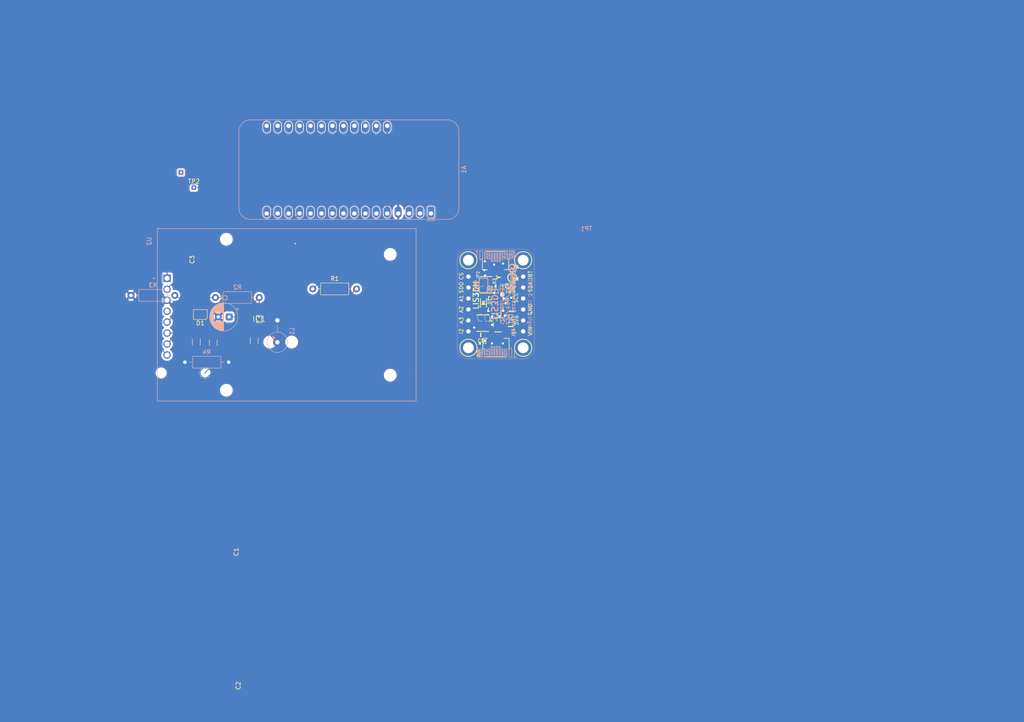
<source format=kicad_pcb>
(kicad_pcb (version 20241229) (generator "pcbnew") (generator_version "9.0")
  (title_block (title "Illumi-not-i Bike Safety System") (date "11/3/2025") (rev "4") (company "Portland State University") (comment 1 "ECE411_Team 1_ A-Team"))
  (layers (0 "F.Cu" signal) (2 "B.Cu" signal) (13 "F.Paste" user) (15 "B.Paste" user) (5 "F.SilkS" user "F.Silkscreen") (7 "B.SilkS" user "B.Silkscreen") (1 "F.Mask" user) (3 "B.Mask" user) (25 "Edge.Cuts" user))
  (net 0 "")
  (net 1 "GND")
  (net 2 "/IO6")
  (net 3 "/IO11")
  (net 4 "/IO9")
  (net 5 "/MOSI")
  (net 9 "/IO10")
  (net 12 "/REST")
  (net 18 "+3.3V")
  (net 20 "/A0")
  (net 21 "+BATT")
  (net 22 "/SCK")
  (net 23 "/MISO")
  (net 29 "Net-(D1-DIN)")
  (net 30 "+5V")
  (net 31 "Net-(IC1-SW)")
  (net 32 "Net-(IC1-EN)")
  (net 34 "Net-(IC1-FB)")
  (net 35 "Net-(U1-INT2)")
  (net 37 "SDO")
  (net 38 "INT1")
  (net 39 "ADC1")
  (net 40 "ADC2")
  (net 41 "N$2")
  (net 42 "SDA")
  (net 43 "SCL")
  (net 44 "SCL_3V")
  (net 45 "ADC3")
  (net 46 "INT2")
  (net 47 "3.3V")
  (net 48 "SDA_3V")
  (net 49 "CS")
  (net 50 "N$1")
  (net 51 "VCC")
  (footprint "TestPoint:TestPoint_THTPad_1.0x1.0mm_Drill0.5mm" (layer "F.Cu") (at 113.459786 119.5)
    (property "Reference" "TP2")
    (property "Value" "TestPoint_RFID_INT1")
  )
  (footprint "Adafruit LIS3DH:RESPACK_4X0603" (layer "F.Cu") (at 181.197 142.0586 -90)
    (property "Reference" "R3")
    (property "Value" "10K")
  )
  (footprint "Adafruit LIS3DH:MOUNTINGHOLE_2.5_PLATED" (layer "F.Cu") (at 177.133 136.3436 90)
    (property "Reference" "U$17" (hide yes))
    (property "Value" "MOUNTINGHOLE2.5" (hide yes))
  )
  (footprint "Resistor_THT:R_Axial_DIN0207_L6.3mm_D2.5mm_P10.16mm_Horizontal" (layer "F.Cu") (at 141.039786 143)
    (property "Reference" "R1")
    (property "Value" "10k")
  )
  (footprint "Adafruit LIS3DH:MOUNTINGHOLE_2.5_PLATED" (layer "F.Cu") (at 189.833 156.6636 90)
    (property "Reference" "U$19" (hide yes))
    (property "Value" "MOUNTINGHOLE2.5" (hide yes))
  )
  (footprint "Adafruit LIS3DH:JST_SH4" (layer "F.Cu") (at 183.483 136.3436 180)
    (property "Reference" "CONN3")
    (property "Value" "STEMMA_I2C_QT" (hide yes))
  )
  (footprint "Capacitor_SMD:C_1206_3216Metric_Pad1.33x1.80mm_HandSolder" (layer "F.Cu") (at 114.022286 155.3125 -90)
    (property "Reference" "C2")
    (property "Value" "22u")
  )
  (footprint "Adafruit LIS3DH:0603-NO" (layer "F.Cu") (at 179.9905 153.6791 180)
    (property "Reference" "C1")
    (property "Value" "0.1uF")
  )
  (footprint "Adafruit LIS3DH:SOD-323" (layer "F.Cu") (at 180.6255 146.2496 -90)
    (property "Reference" "D2")
    (property "Value" "1N4148")
  )
  (footprint "Adafruit TPS61023:SOT563" (layer "F.Cu") (at 128.594786 150)
    (property "Reference" "IC1")
    (property "Value" "TPS61023_Boost_Converter")
  )
  (footprint "Adafruit LIS3DH:CHIPLED_0603_NOOUTLINE" (layer "F.Cu") (at 179.8 155.6476 180)
    (property "Reference" "D1")
    (property "Value" "GREEN")
  )
  (footprint "Adafruit LIS3DH:MOUNTINGHOLE_2.5_PLATED" (layer "F.Cu") (at 177.133 156.6636 90)
    (property "Reference" "U$1" (hide yes))
    (property "Value" "MOUNTINGHOLE2.5" (hide yes))
  )
  (footprint "Adafruit LIS3DH:0805-NO" (layer "F.Cu") (at 187.1025 148.2181 -90)
    (property "Reference" "C3")
    (property "Value" "10uF")
  )
  (footprint "Adafruit LIS3DH:1X06_ROUND_70" (layer "F.Cu") (at 189.833 146.5036 90)
    (property "Reference" "JP3")
    (property "Value" "")
  )
  (footprint "Adafruit LIS3DH:JST_SH4" (layer "F.Cu") (at 183.483 156.6636)
    (property "Reference" "CONN4")
    (property "Value" "STEMMA_I2C_QT" (hide yes))
  )
  (footprint "Adafruit LIS3DH:MOUNTINGHOLE_2.5_PLATED" (layer "F.Cu") (at 189.833 136.3436 90)
    (property "Reference" "U$21" (hide yes))
    (property "Value" "MOUNTINGHOLE2.5" (hide yes))
  )
  (footprint "Adafruit LIS3DH:FIDUCIAL_1MM" (layer "F.Cu") (at 178.911 139.2011 90)
    (property "Reference" "FID4" (hide yes))
    (property "Value" "FIDUCIAL_1MM" (hide yes))
  )
  (footprint "Capacitor_SMD:C_1206_3216Metric_Pad1.33x1.80mm_HandSolder" (layer "F.Cu") (at 127.459786 155 -90)
    (property "Reference" "C1")
    (property "Value" "10u")
  )
  (footprint "Adafruit LIS3DH:0805-NO" (layer "F.Cu") (at 186.912 151.7106 90)
    (property "Reference" "C2")
    (property "Value" "10uF")
  )
  (footprint "Adafruit LIS3DH:1X06_ROUND_70" (layer "F.Cu") (at 177.133 146.5036 -90)
    (property "Reference" "JP2")
    (property "Value" "")
  )
  (footprint "LED_SMD:LED_WS2812B-2020_PLCC4_2.0x2.0mm" (layer "F.Cu") (at 114.955214 148.95 180)
    (property "Reference" "D1")
    (property "Value" "WS2812B-2020-LED")
  )
  (footprint "Adafruit LIS3DH:RESPACK_4X0603" (layer "F.Cu") (at 180.435 150.9486 -90)
    (property "Reference" "R1")
    (property "Value" "10K")
  )
  (footprint "Adafruit LIS3DH:ADAFRUIT_2.5MM" (layer "F.Cu") (at 188.309 144.1541 90)
    (property "Reference" "U$12" (hide yes))
    (property "Value" "" (hide yes))
  )
  (footprint "Adafruit LIS3DH:SOT363" (layer "F.Cu") (at 184.626 142.3126 180)
    (property "Reference" "Q2")
    (property "Value" "BSS138")
  )
  (footprint "Adafruit LIS3DH:FIDUCIAL_1MM" (layer "F.Cu") (at 187.293 154.3776 90)
    (property "Reference" "FID3" (hide yes))
    (property "Value" "FIDUCIAL_1MM" (hide yes))
  )
  (footprint "Adafruit LIS3DH:LGA16_3X3MM" (layer "F.Cu") (at 183.483 146.5036 -90)
    (property "Reference" "U1")
    (property "Value" "LIS3DHTR")
  )
  (footprint "Capacitor_SMD:C_1206_3216Metric_Pad1.33x1.80mm_HandSolder" (layer "F.Cu") (at 117.959786 155.5 -90)
    (property "Reference" "C3")
    (property "Value" "22u")
  )
  (footprint "Adafruit LIS3DH:SOT23-5" (layer "F.Cu") (at 183.991 151.3296 90)
    (property "Reference" "U2")
    (property "Value" "AP2112K-3.3")
  )
  (footprint "Capacitor_THT:CP_Radial_D6.3mm_P2.50mm" (layer "B.Cu") (at 121.642165 149.5 180)
    (property "Reference" "C4")
    (property "Value" "100u")
  )
  (footprint "Adafruit LIS3DH:SOLDERJUMPER_ARROW_NOPASTE" (layer "B.Cu") (at 180.6255 142.1856 90)
    (property "Reference" "SJ1")
    (property "Value" "")
  )
  (footprint "Adafruit LIS3DH:STEMMAQT" (layer "B.Cu") (at 179.038 156.2826)
    (property "Reference" "U$31" (hide yes))
    (property "Value" "" (hide yes))
  )
  (footprint "Resistor_THT:R_Axial_DIN0207_L6.3mm_D2.5mm_P10.16mm_Horizontal" (layer "B.Cu") (at 128.619786 145 180)
    (property "Reference" "R2")
    (property "Value" "723k")
  )
  (footprint "Resistor_THT:R_Axial_DIN0207_L6.3mm_D2.5mm_P10.16mm_Horizontal" (layer "B.Cu") (at 109.039786 144.5 180)
    (property "Reference" "R3")
    (property "Value" "100k")
  )
  (footprint "Adafruit LIS3DH:PCBFEAT-REV-040" (layer "B.Cu") (at 187.3565 138.1851 -90)
    (property "Reference" "U$25" (hide yes))
    (property "Value" "" (hide yes))
  )
  (footprint "TestPoint:TestPoint_THTPad_1.0x1.0mm_Drill0.5mm" (layer "B.Cu") (at 110.459786 116 180)
    (property "Reference" "TP1")
    (property "Value" "TestPoint_RFID_INT2")
  )
  (footprint "CEG006900:MODULE_CEG006900" (layer "B.Cu") (at 135 149 -90)
    (property "Reference" "U2")
    (property "Value" "RF522_RFID")
  )
  (footprint "Adafruit LIS3DH:STEMMAQT" (layer "B.Cu") (at 187.928 136.7246 180)
    (property "Reference" "U$30" (hide yes))
    (property "Value" "" (hide yes))
  )
  (footprint "Resistor_THT:R_Axial_DIN0207_L6.3mm_D2.5mm_P10.16mm_Horizontal" (layer "B.Cu") (at 121.539786 160 180)
    (property "Reference" "R4")
    (property "Value" "330")
  )
  (footprint "Inductor_THT:L_Axial_L11.0mm_D4.5mm_P5.08mm_Vertical_Fastron_MECC" (layer "B.Cu") (at 132.83 155.375428 90)
    (property "Reference" "L1")
    (property "Value" "1u")
  )
  (footprint "Module:Adafruit_Feather" (layer "B.Cu") (at 168.459786 125.5 90)
    (property "Reference" "A1")
    (property "Value" "Adafruit_Feather_ESP32_S3")
  )
  (gr_arc (start 186.278 140.4036) (mid 186.570367 139.679968) (end 187.293999 139.387601) (stroke (width 0.254)) (layer "F.SilkS"))
  (gr_arc (start 187.294 139.3876) (mid 188.01242 139.68518) (end 188.31 140.4036) (stroke (width 0.254)) (layer "F.SilkS"))
  (gr_arc (start 188.31 140.4036) (mid 188.01242 141.12202) (end 187.294 141.4196) (stroke (width 0.254)) (layer "F.SilkS"))
  (gr_arc (start 187.294 141.4196) (mid 186.57558 141.12202) (end 186.278 140.4036) (stroke (width 0.254)) (layer "F.SilkS"))
  (gr_arc (start 189.833 133.8036) (mid 191.629051 134.547549) (end 192.373 136.3436) (stroke (width 0.05)) (layer "Edge.Cuts"))
  (gr_arc (start 192.373 156.6636) (mid 191.629051 158.459651) (end 189.833 159.2036) (stroke (width 0.05)) (layer "Edge.Cuts"))
  (gr_arc (start 177.133 159.2036) (mid 175.336949 158.459651) (end 174.593 156.6636) (stroke (width 0.05)) (layer "Edge.Cuts"))
  (gr_line (start 189.833 133.8036) (end 177.133 133.8036) (stroke (width 0.05)) (layer "Edge.Cuts"))
  (gr_line (start 192.373 156.6636) (end 192.373 136.3436) (stroke (width 0.05)) (layer "Edge.Cuts"))
  (gr_line (start 174.593 136.3436) (end 174.593 156.6636) (stroke (width 0.05)) (layer "Edge.Cuts"))
  (gr_line (start 177.133 159.2036) (end 189.833 159.2036) (stroke (width 0.05)) (layer "Edge.Cuts"))
  (gr_arc (start 174.593 136.3436) (mid 175.336949 134.547549) (end 177.133 133.8036) (stroke (width 0.05)) (layer "Edge.Cuts"))
  (gr_text "VIN" (at 191.484 152.8536 90) (layer "F.SilkS") (effects (font (size 0.87376 0.87376) (thickness 0.14224))))
  (gr_text "X" (at 188.73926 138.501019 90) (layer "F.SilkS") (effects (font (size 1.016 1.016) (thickness 0.254)) (justify left bottom)))
  (gr_text "Z" (at 188.73926 141.295019 90) (layer "F.SilkS") (effects (font (size 1.016 1.016) (thickness 0.254)) (justify left bottom)))
  (gr_text "on" (at 179.927 158.8226 90) (layer "F.SilkS") (effects (font (size 0.89408 0.89408) (thickness 0.12192)) (justify left bottom)))
  (gr_text "SCL" (at 188.182 145.1066 90) (layer "F.SilkS") (effects (font (size 0.87376 0.87376) (thickness 0.14224))))
  (gr_text "I2" (at 175.482 152.8536 90) (layer "F.SilkS") (effects (font (size 0.87376 0.87376) (thickness 0.14224))))
  (gr_text "INT" (at 191.484 139.7726 90) (layer "F.SilkS") (effects (font (size 0.87376 0.87376) (thickness 0.14224))))
  (gr_text "LIS3DH" (at 178.911 144.4716 90) (layer "F.SilkS") (effects (font (size 1.25222 1.25222) (thickness 0.22098))))
  (gr_text "3Vo" (at 188.309 150.3136 90) (layer "F.SilkS") (effects (font (size 0.87376 0.87376) (thickness 0.14224))))
  (gr_text "CS" (at 175.482 140.0266 90) (layer "F.SilkS") (effects (font (size 0.87376 0.87376) (thickness 0.14224))))
  (gr_text "A2" (at 175.482 147.7736 90) (layer "F.SilkS") (effects (font (size 0.87376 0.87376) (thickness 0.14224))))
  (gr_text "A3" (at 175.482 150.3136 90) (layer "F.SilkS") (effects (font (size 0.87376 0.87376) (thickness 0.14224))))
  (gr_text "Y" (at 184.752 140.9196 90) (layer "F.SilkS") (effects (font (size 1.016 1.016) (thickness 0.254)) (justify left bottom)))
  (gr_text "SDA" (at 191.484 142.5666 90) (layer "F.SilkS") (effects (font (size 0.87376 0.87376) (thickness 0.14224))))
  (gr_text "A1" (at 175.482 145.2336 90) (layer "F.SilkS") (effects (font (size 0.87376 0.87376) (thickness 0.14224))))
  (gr_text "GND" (at 191.484 147.7736 90) (layer "F.SilkS") (effects (font (size 0.87376 0.87376) (thickness 0.14224))))
  (gr_text "SDO" (at 175.482 142.6936 90) (layer "F.SilkS") (effects (font (size 0.87376 0.87376) (thickness 0.14224))))
  (gr_text "LIS3DH" (at 183.1655 146.5036 270) (layer "B.SilkS") (effects (font (size 1.40335 1.40335) (thickness 0.24765)) (justify mirror)))
  (gr_text "VLogic/Vcc: 3-5VDC" (at 191.484 146.5036 270) (layer "B.SilkS") (effects (font (size 0.89408 0.89408) (thickness 0.12192)) (justify mirror)))
  (gr_text "addr" (at 178.784 142.3126 270) (layer "B.SilkS") (effects (font (size 0.8636 0.8636) (thickness 0.1524)) (justify mirror)))
  (gr_text "3-axis Accelerometer\n±2g/±4g/±8g\nI2C addr 0x18" (at 186.3405 146.5036 270) (layer "B.SilkS") (effects (font (size 0.8636 0.8636) (thickness 0.1524)) (justify mirror)))
  (segment (start 185.2911 151.3296) (end 186.343 151.3296) (width 0.4064) (layer "F.Cu") (net 1))
  (segment (start 183.983 147.8536) (end 183.983 148.2736) (width 0.254) (layer "F.Cu") (net 1))
  (segment (start 182.983 147.8536) (end 182.983 147.1386) (width 0.254) (layer "F.Cu") (net 1))
  (segment (start 183.983 147.8536) (end 183.983 147.5116) (width 0.254) (layer "F.Cu") (net 1))
  (segment (start 137 132.5) (end 137.5 132) (width 0.2) (layer "F.Cu") (net 1))
  (segment (start 183.983 148.2736) (end 184.2831 148.5737) (width 0.254) (layer "F.Cu") (net 1))
  (segment (start 182.483 145.5036) (end 183.483 146.5036) (width 0.254) (layer "F.Cu") (net 1))
  (segment (start 183.61 147.1386) (end 182.983 147.1386) (width 0.4064) (layer "F.Cu") (net 1))
  (segment (start 179.1405 153.3371) (end 178.4665 152.6631) (width 0.4064) (layer "F.Cu") (net 1))
  (segment (start 181.933 154.6576) (end 181.578 155.0126) (width 0.4064) (layer "F.Cu") (net 1))
  (segment (start 182.483 145.1536) (end 182.483 145.5036) (width 0.2032) (layer "F.Cu") (net 1))
  (segment (start 137.5 133) (end 138.509786 133) (width 0.2) (layer "F.Cu") (net 1))
  (segment (start 178.4665 152.6631) (end 178.4665 151.9646) (width 0.4064) (layer "F.Cu") (net 1))
  (segment (start 181.578 155.0126) (end 180.943 155.0126) (width 0.4064) (layer "F.Cu") (net 1))
  (segment (start 137 132.5) (end 137.5 133) (width 0.2) (layer "F.Cu") (net 1))
  (segment (start 181.983 154.1496) (end 181.933 154.1996) (width 0.4064) (layer "F.Cu") (net 1))
  (segment (start 182.983 147.1386) (end 182.983 147.0036) (width 0.254) (layer "F.Cu") (net 1))
  (segment (start 182.1984 151.061) (end 182.467 151.3296) (width 0.4064) (layer "F.Cu") (net 1))
  (segment (start 182.983 147.0036) (end 183.483 146.5036) (width 0.254) (layer "F.Cu") (net 1))
  (segment (start 186.912 150.7606) (end 186.343 151.3296) (width 0.4064) (layer "F.Cu") (net 1))
  (segment (start 186.912 148.8776) (end 186.912 150.7606) (width 0.4064) (layer "F.Cu") (net 1))
  (segment (start 181.933 154.1996) (end 181.933 154.6576) (width 0.4064) (layer "F.Cu") (net 1))
  (segment (start 183.983 147.5116) (end 183.61 147.1386) (width 0.254) (layer "F.Cu") (net 1))
  (segment (start 137.5 132) (end 138.509786 132) (width 0.2) (layer "F.Cu") (net 1))
  (segment (start 119.142165 149.5) (end 118.042165 148.4) (width 0.2) (layer "F.Cu") (net 1))
  (segment (start 118.042165 148.4) (end 115.870214 148.4) (width 0.2) (layer "F.Cu") (net 1))
  (segment (start 179.1405 153.6791) (end 179.1405 153.3371) (width 0.4064) (layer "F.Cu") (net 1))
  (via (at 185.642 149.1706) (size 0.9064) (drill 0.5) (layers "F.Cu" "B.Cu") (net 1))
  (via (at 182.594 151.3296) (size 0.9064) (drill 0.5) (layers "F.Cu" "B.Cu") (net 1))
  (via (at 185.134 137.1056) (size 0.9064) (drill 0.5) (layers "F.Cu" "B.Cu") (net 1))
  (via (at 180.943 155.0126) (size 0.9064) (drill 0.5) (layers "F.Cu" "B.Cu") (net 1))
  (via (at 187.039 145.0431) (size 0.9064) (drill 0.5) (layers "F.Cu" "B.Cu") (net 1))
  (via (at 180.943 136.5976) (size 0.9064) (drill 0.5) (layers "F.Cu" "B.Cu") (net 1))
  (via (at 178.4665 151.9646) (size 0.9064) (drill 0.5) (layers "F.Cu" "B.Cu") (net 1))
  (via (at 137 132.5) (size 0.6) (drill 0.3) (layers "F.Cu" "B.Cu") (net 1))
  (segment (start 172 105.5) (end 168.5 102) (width 0.2) (layer "B.Cu") (net 2))
  (segment (start 141.159786 102) (end 137.979786 105.18) (width 0.2) (layer "B.Cu") (net 2))
  (segment (start 154.539786 129.5) (end 172 129.5) (width 0.2) (layer "B.Cu") (net 2))
  (segment (start 141.039786 143) (end 154.539786 129.5) (width 0.2) (layer "B.Cu") (net 2))
  (segment (start 172 129.5) (end 172 105.5) (width 0.2) (layer "B.Cu") (net 2))
  (segment (start 168.5 102) (end 141.159786 102) (width 0.2) (layer "B.Cu") (net 2))
  (segment (start 158.755835 126.801) (end 159.400786 126.156049) (width 0.2) (layer "B.Cu") (net 3))
  (segment (start 159.400786 118.981) (end 145.599786 105.18) (width 0.2) (layer "B.Cu") (net 3))
  (segment (start 151.738786 126.801) (end 158.755835 126.801) (width 0.2) (layer "B.Cu") (net 3))
  (segment (start 159.400786 126.156049) (end 159.400786 118.981) (width 0.2) (layer "B.Cu") (net 3))
  (segment (start 116.039786 162.5) (end 151.738786 126.801) (width 0.2) (layer "B.Cu") (net 3))
  (segment (start 140.234786 125.785) (end 140.519786 125.5) (width 0.2) (layer "F.Cu") (net 5))
  (segment (start 107.24 153.25) (end 112.769786 153.25) (width 0.2) (layer "B.Cu") (net 5))
  (segment (start 116.259893 149.759893) (end 140.519786 125.5) (width 0.2) (layer "B.Cu") (net 5))
  (segment (start 112.769786 153.25) (end 116.259893 149.759893) (width 0.2) (layer "B.Cu") (net 5))
  (segment (start 143.059786 105.18) (end 129.540786 118.699) (width 0.2) (layer "B.Cu") (net 9))
  (segment (start 106.0765 157.1665) (end 107.24 158.33) (width 0.2) (layer "B.Cu") (net 9))
  (segment (start 129.540786 118.699) (end 112.658786 118.699) (width 0.2) (layer "B.Cu") (net 9))
  (segment (start 112.658786 118.699) (end 106.0765 125.281286) (width 0.2) (layer "B.Cu") (net 9))
  (segment (start 106.0765 125.281286) (end 106.0765 157.1665) (width 0.2) (layer "B.Cu") (net 9))
  (segment (start 126.636844 123.599) (end 151.473835 123.599) (width 0.2) (layer "B.Cu") (net 12))
  (segment (start 115.583736 161.399) (end 114.938786 162.04395) (width 0.2) (layer "B.Cu") (net 12))
  (segment (start 152.894836 127.202) (end 166.757786 127.202) (width 0.2) (layer "B.Cu") (net 12))
  (segment (start 166.757786 127.202) (end 168.459786 125.5) (width 0.2) (layer "B.Cu") (net 12))
  (segment (start 115.583736 163.601) (end 116.495836 163.601) (width 0.2) (layer "B.Cu") (net 12))
  (segment (start 152.118786 125.8539) (end 116.573686 161.399) (width 0.2) (layer "B.Cu") (net 12))
  (segment (start 116.573686 161.399) (end 115.583736 161.399) (width 0.2) (layer "B.Cu") (net 12))
  (segment (start 114.938786 162.04395) (end 114.938786 162.95605) (width 0.2) (layer "B.Cu") (net 12))
  (segment (start 107.24 143.09) (end 107.24 142.995844) (width 0.2) (layer "B.Cu") (net 12))
  (segment (start 152.118786 124.243951) (end 152.118786 125.8539) (width 0.2) (layer "B.Cu") (net 12))
  (segment (start 107.24 142.995844) (end 126.636844 123.599) (width 0.2) (layer "B.Cu") (net 12))
  (segment (start 114.938786 162.95605) (end 115.583736 163.601) (width 0.2) (layer "B.Cu") (net 12))
  (segment (start 151.473835 123.599) (end 152.118786 124.243951) (width 0.2) (layer "B.Cu") (net 12))
  (segment (start 116.495836 163.601) (end 152.894836 127.202) (width 0.2) (layer "B.Cu") (net 12))
  (segment (start 107.24 140.55) (end 107.24 130.26) (width 0.2) (layer "F.Cu") (net 18))
  (segment (start 107.24 130.26) (end 112 125.5) (width 0.2) (layer "F.Cu") (net 18))
  (segment (start 157.196835 119.5) (end 158.299786 120.602951) (width 0.2) (layer "B.Cu") (net 20))
  (segment (start 113.459786 119.5) (end 157.196835 119.5) (width 0.2) (layer "B.Cu") (net 20))
  (segment (start 158.299786 120.602951) (end 158.299786 125.5) (width 0.2) (layer "B.Cu") (net 20))
  (segment (start 132.83 155.375428) (end 135 153.205428) (width 0.2) (layer "F.Cu") (net 21))
  (segment (start 152 118) (end 158.299786 111.700214) (width 0.2) (layer "F.Cu") (net 21))
  (segment (start 140.5 139.5) (end 152 128) (width 0.2) (layer "F.Cu") (net 21))
  (segment (start 158.299786 111.700214) (end 158.299786 105.18) (width 0.2) (layer "F.Cu") (net 21))
  (segment (start 135 140.5) (end 136 139.5) (width 0.2) (layer "F.Cu") (net 21))
  (segment (start 127.959786 150.5) (end 130.459786 153) (width 0.2) (layer "F.Cu") (net 21))
  (segment (start 135 153.205428) (end 135 140.5) (width 0.2) (layer "F.Cu") (net 21))
  (segment (start 152 128) (end 152 118) (width 0.2) (layer "F.Cu") (net 21))
  (segment (start 136 139.5) (end 140.5 139.5) (width 0.2) (layer "F.Cu") (net 21))
  (segment (start 130.459786 153) (end 130.459786 153.005214) (width 0.2) (layer "F.Cu") (net 21))
  (segment (start 130.459786 153.005214) (end 132.83 155.375428) (width 0.2) (layer "F.Cu") (net 21))
  (segment (start 126.959786 159.4325) (end 126.959786 159.4375) (width 0.2) (layer "F.Cu") (net 21))
  (segment (start 121.749 139.5) (end 135 139.5) (width 0.2) (layer "F.Cu") (net 22))
  (segment (start 135 139.5) (end 136 138.5) (width 0.2) (layer "F.Cu") (net 22))
  (segment (start 142.5 131.5) (end 143 131) (width 0.2) (layer "F.Cu") (net 22))
  (segment (start 110.5 152.53) (end 110.5 150.749) (width 0.2) (layer "F.Cu") (net 22))
  (segment (start 110.5 150.749) (end 121.749 139.5) (width 0.2) (layer "F.Cu") (net 22))
  (segment (start 136 138.5) (end 139.5 138.5) (width 0.2) (layer "F.Cu") (net 22))
  (segment (start 143 125.559786) (end 143.059786 125.5) (width 0.2) (layer "F.Cu") (net 22))
  (segment (start 143.059786 125.5) (end 143.059786 124.559786) (width 0.2) (layer "F.Cu") (net 22))
  (segment (start 143 131) (end 143 125.559786) (width 0.2) (layer "F.Cu") (net 22))
  (segment (start 107.24 155.79) (end 110.5 152.53) (width 0.2) (layer "F.Cu") (net 22))
  (segment (start 139.5 138.5) (end 142.5 135.5) (width 0.2) (layer "F.Cu") (net 22))
  (segment (start 142.5 135.5) (end 142.5 131.5) (width 0.2) (layer "F.Cu") (net 22))
  (segment (start 134.5 129) (end 133.5 130) (width 0.2) (layer "F.Cu") (net 23))
  (segment (start 119.95 138) (end 131 138) (width 0.2) (layer "F.Cu") (net 23))
  (segment (start 133.5 135.5) (end 133.5 130) (width 0.2) (layer "F.Cu") (net 23))
  (segment (start 107.24 150.71) (end 119.95 138) (width 0.2) (layer "F.Cu") (net 23))
  (segment (start 131 138) (end 133.5 135.5) (width 0.2) (layer "F.Cu") (net 23))
  (segment (start 137.979786 125.520214) (end 137.979786 125.5) (width 0.2) (layer "F.Cu") (net 23))
  (segment (start 134.5 128.979786) (end 134.5 129) (width 0.2) (layer "F.Cu") (net 23))
  (segment (start 134.5 129) (end 137.979786 125.520214) (width 0.2) (layer "F.Cu") (net 23))
  (segment (start 111.379786 150.510428) (end 113.490214 148.4) (width 0.2) (layer "F.Cu") (net 29))
  (segment (start 111.379786 160) (end 111.379786 150.510428) (width 0.2) (layer "F.Cu") (net 29))
  (segment (start 113.490214 148.4) (end 114.040214 148.4) (width 0.2) (layer "F.Cu") (net 29))
  (segment (start 114.022286 153.022286) (end 114.040214 153.004358) (width 0.2) (layer "F.Cu") (net 30))
  (segment (start 128.619786 148.89) (end 129.229786 149.5) (width 0.2) (layer "F.Cu") (net 30))
  (segment (start 128.619786 145) (end 128.619786 148.89) (width 0.2) (layer "F.Cu") (net 30))
  (segment (start 114.022286 153.75) (end 117.772286 153.75) (width 0.2) (layer "F.Cu") (net 30))
  (segment (start 114.040214 153.004358) (end 114.040214 149.5) (width 0.2) (layer "F.Cu") (net 30))
  (segment (start 114.022286 153.75) (end 114.022286 153.022286) (width 0.2) (layer "F.Cu") (net 30))
  (segment (start 117.772286 153.75) (end 117.959786 153.9375) (width 0.2) (layer "F.Cu") (net 30))
  (segment (start 124.119786 149.5) (end 128.619786 145) (width 0.2) (layer "B.Cu") (net 30))
  (segment (start 121.642165 149.5) (end 124.119786 149.5) (width 0.2) (layer "B.Cu") (net 30))
  (segment (start 132.83 150.295428) (end 130.795428 150.295428) (width 0.2) (layer "F.Cu") (net 31))
  (segment (start 130.795428 150.295428) (end 130.5 150) (width 0.2) (layer "F.Cu") (net 31))
  (segment (start 129.229786 150) (end 130.5 150) (width 0.2) (layer "F.Cu") (net 31))
  (segment (start 135.199786 159) (end 151.199786 143) (width 0.2) (layer "F.Cu") (net 32))
  (segment (start 125.5 159) (end 135.199786 159) (width 0.2) (layer "F.Cu") (net 32))
  (segment (start 124 157.5) (end 125.5 159) (width 0.2) (layer "F.Cu") (net 32))
  (segment (start 124 153.395286) (end 124 157.5) (width 0.2) (layer "F.Cu") (net 32))
  (segment (start 127.959786 150) (end 127.395286 150) (width 0.2) (layer "F.Cu") (net 32))
  (segment (start 127.395286 150) (end 124 153.395286) (width 0.2) (layer "F.Cu") (net 32))
  (segment (start 123.459786 145) (end 118.459786 145) (width 0.2) (layer "F.Cu") (net 34))
  (segment (start 127.959786 149.5) (end 123.459786 145) (width 0.2) (layer "F.Cu") (net 34))
  (segment (start 109.539786 145) (end 109.039786 144.5) (width 0.2) (layer "B.Cu") (net 34))
  (segment (start 118.459786 145) (end 109.539786 145) (width 0.2) (layer "B.Cu") (net 34))
  (segment (start 177.641 151.5836) (end 176.117 151.5836) (width 0.254) (layer "F.Cu") (net 37))
  (segment (start 176.117 151.5836) (end 175.863 151.3296) (width 0.254) (layer "F.Cu") (net 37))
  (segment (start 182.133 146.5036) (end 175.863 146.5036) (width 0.254) (layer "F.Cu") (net 37))
  (segment (start 176.498 142.6936) (end 177.133 142.6936) (width 0.254) (layer "F.Cu") (net 37))
  (segment (start 175.863 151.3296) (end 175.863 146.5036) (width 0.254) (layer "F.Cu") (net 37))
  (segment (start 179.057 151.3486) (end 179.585 151.3486) (width 0.254) (layer "F.Cu") (net 37))
  (segment (start 175.863 146.5036) (end 175.863 143.3286) (width 0.254) (layer "F.Cu") (net 37))
  (segment (start 175.863 143.3286) (end 176.498 142.6936) (width 0.254) (layer "F.Cu") (net 37))
  (segment (start 178.676 150.9676) (end 179.057 151.3486) (width 0.254) (layer "F.Cu") (net 37))
  (segment (start 177.641 151.5836) (end 178.257 150.9676) (width 0.254) (layer "F.Cu") (net 37))
  (segment (start 178.257 150.9676) (end 178.676 150.9676) (width 0.254) (layer "F.Cu") (net 37))
  (segment (start 177.133 142.6936) (end 178.3395 142.6936) (width 0.254) (layer "B.Cu") (net 37))
  (segment (start 178.3395 142.6936) (end 179.8635 141.1696) (width 0.254) (layer "B.Cu") (net 37))
  (segment (start 179.8635 141.1696) (end 180.6255 141.1696) (width 0.254) (layer "B.Cu") (net 37))
  (segment (start 183.483 147.8536) (end 183.483 148.4594) (width 0.254) (layer "F.Cu") (net 38))
  (segment (start 184.3212 149.4246) (end 184.3212 149.2976) (width 0.254) (layer "F.Cu") (net 38))
  (segment (start 183.483 148.4594) (end 184.3212 149.2976) (width 0.254) (layer "F.Cu") (net 38))
  (via (at 184.3212 149.4246) (size 0.889) (drill 0.4826) (layers "F.Cu" "B.Cu") (net 38))
  (segment (start 191.103 141.0426) (end 190.214 140.1536) (width 0.254) (layer "B.Cu") (net 38))
  (segment (start 191.103 143.4556) (end 191.103 141.0426) (width 0.254) (layer "B.Cu") (net 38))
  (segment (start 190.214 140.1536) (end 189.833 140.1536) (width 0.254) (layer "B.Cu") (net 38))
  (segment (start 189.0202 144.0144) (end 190.5442 144.0144) (width 0.254) (layer "B.Cu") (net 38))
  (segment (start 188.563 144.4716) (end 189.0202 144.0144) (width 0.254) (layer "B.Cu") (net 38))
  (segment (start 184.3212 149.4246) (end 184.9562 150.0596) (width 0.254) (layer "B.Cu") (net 38))
  (segment (start 186.404 150.0596) (end 188.563 147.9006) (width 0.254) (layer "B.Cu") (net 38))
  (segment (start 190.5442 144.0144) (end 191.103 143.4556) (width 0.254) (layer "B.Cu") (net 38))
  (segment (start 188.563 147.9006) (end 188.563 144.4716) (width 0.254) (layer "B.Cu") (net 38))
  (segment (start 184.9562 150.0596) (end 186.404 150.0596) (width 0.254) (layer "B.Cu") (net 38))
  (segment (start 185.3753 145.2336) (end 185.3753 145.3606) (width 0.254) (layer "F.Cu") (net 39))
  (segment (start 185.3753 145.3606) (end 184.833 145.9029) (width 0.254) (layer "F.Cu") (net 39))
  (segment (start 184.833 146.0036) (end 184.833 145.9029) (width 0.254) (layer "F.Cu") (net 39))
  (via (at 185.3753 145.2336) (size 0.889) (drill 0.4826) (layers "F.Cu" "B.Cu") (net 39))
  (segment (start 185.3753 145.2336) (end 185.3753 145.3606) (width 0.254) (layer "B.Cu") (net 39))
  (segment (start 177.872993 145.973594) (end 177.133 145.2336) (width 0.254) (layer "B.Cu") (net 39))
  (segment (start 184.762306 145.973594) (end 177.872993 145.973594) (width 0.254) (layer "B.Cu") (net 39))
  (segment (start 185.3753 145.3606) (end 184.762306 145.973594) (width 0.254) (layer "B.Cu") (net 39))
  (segment (start 185.645393 146.5036) (end 185.7563 146.392694) (width 0.254) (layer "F.Cu") (net 40))
  (segment (start 184.833 146.5036) (end 185.645393 146.5036) (width 0.254) (layer "F.Cu") (net 40))
  (via (at 185.7563 146.392694) (size 0.889) (drill 0.4826) (layers "F.Cu" "B.Cu") (net 40))
  (segment (start 178.450406 146.456194) (end 185.6928 146.456194) (width 0.254) (layer "B.Cu") (net 40))
  (segment (start 185.7563 146.392694) (end 185.6928 146.456194) (width 0.254) (layer "B.Cu") (net 40))
  (segment (start 178.450406 146.456194) (end 177.133 147.7736) (width 0.254) (layer "B.Cu") (net 40))
  (segment (start 182.133 147.0036) (end 181.1415 147.0036) (width 0.254) (layer "F.Cu") (net 41))
  (segment (start 178.784 148.1546) (end 178.784 149.9961) (width 0.254) (layer "F.Cu") (net 41))
  (segment (start 180.6255 147.5196) (end 179.419 147.5196) (width 0.254) (layer "F.Cu") (net 41))
  (segment (start 178.784 149.9961) (end 179.3365 150.5486) (width 0.254) (layer "F.Cu") (net 41))
  (segment (start 179.3365 150.5486) (end 179.585 150.5486) (width 0.254) (layer "F.Cu") (net 41))
  (segment (start 181.1415 147.0036) (end 180.6255 147.5196) (width 0.254) (layer "F.Cu") (net 41))
  (segment (start 179.419 147.5196) (end 178.784 148.1546) (width 0.254) (layer "F.Cu") (net 41))
  (segment (start 191.611 143.7096) (end 190.595 142.6936) (width 0.254) (layer "F.Cu") (net 42))
  (segment (start 182.983 137.4786) (end 183.102 137.3596) (width 0.254) (layer "F.Cu") (net 42))
  (segment (start 183.3805 142.3316) (end 183.4195 142.3316) (width 0.254) (layer "F.Cu") (net 42))
  (segment (start 183.368 141.9206) (end 183.368 142.2801) (width 0.254) (layer "F.Cu") (net 42))
  (segment (start 191.611 153.3616) (end 191.611 143.7096) (width 0.254) (layer "F.Cu") (net 42))
  (segment (start 182.983 138.8576) (end 182.983 137.4786) (width 0.254) (layer "F.Cu") (net 42))
  (segment (start 188.8805 154.4411) (end 190.5315 154.4411) (width 0.254) (layer "F.Cu") (net 42))
  (segment (start 183.983 155.624994) (end 183.968393 155.624994) (width 0.254) (layer "F.Cu") (net 42))
  (segment (start 183.368 141.9206) (end 183.876 141.4126) (width 0.254) (layer "F.Cu") (net 42))
  (segment (start 182.1105 142.5221) (end 183.19 142.5221) (width 0.254) (layer "F.Cu") (net 42))
  (segment (start 183.968393 155.624994) (end 183.968393 156.005994) (width 0.254) (layer "F.Cu") (net 42))
  (segment (start 190.5315 154.4411) (end 191.611 153.3616) (width 0.254) (layer "F.Cu") (net 42))
  (segment (start 183.968393 156.005994) (end 184.499 156.5366) (width 0.254) (layer "F.Cu") (net 42))
  (segment (start 184.499 156.5366) (end 186.785 156.5366) (width 0.254) (layer "F.Cu") (net 42))
  (segment (start 186.785 156.5366) (end 188.8805 154.4411) (width 0.254) (layer "F.Cu") (net 42))
  (segment (start 182.047 142.4586) (end 182.1105 142.5221) (width 0.254) (layer "F.Cu") (net 42))
  (segment (start 183.983 154.1496) (end 183.983 155.624994) (width 0.254) (layer "F.Cu") (net 42))
  (segment (start 183.4195 142.3316) (end 183.368 142.2801) (width 0.254) (layer "F.Cu") (net 42))
  (segment (start 183.3805 142.3316) (end 183.19 142.5221) (width 0.254) (layer "F.Cu") (net 42))
  (segment (start 190.595 142.6936) (end 189.833 142.6936) (width 0.254) (layer "F.Cu") (net 42))
  (via (at 183.102 137.3596) (size 0.9064) (drill 0.5) (layers "F.Cu" "B.Cu") (net 42))
  (via (at 183.4195 142.3316) (size 0.9064) (drill 0.5) (layers "F.Cu" "B.Cu") (net 42))
  (segment (start 185.242 142.6936) (end 189.833 142.6936) (width 0.254) (layer "B.Cu") (net 42))
  (segment (start 183.4195 142.3316) (end 184.88 142.3316) (width 0.254) (layer "B.Cu") (net 42))
  (segment (start 183.229 137.4866) (end 183.229 142.1411) (width 0.254) (layer "B.Cu") (net 42))
  (segment (start 184.88 142.3316) (end 185.242 142.6936) (width 0.254) (layer "B.Cu") (net 42))
  (segment (start 183.229 142.1411) (end 183.4195 142.3316) (width 0.254) (layer "B.Cu") (net 42))
  (segment (start 183.102 137.3596) (end 183.229 137.4866) (width 0.254) (layer "B.Cu") (net 42))
  (segment (start 181.983 140.6946) (end 182.047 140.7586) (width 0.254) (layer "F.Cu") (net 43))
  (segment (start 185.376 143.6976) (end 185.896 144.2176) (width 0.254) (layer "F.Cu") (net 43))
  (segment (start 184.983 155.4966) (end 185.134 155.6476) (width 0.254) (layer "F.Cu") (net 43))
  (segment (start 186.0865 142.5031) (end 185.3765 143.2131) (width 0.254) (layer "F.Cu") (net 43))
  (segment (start 185.376 143.2126) (end 185.3765 143.2131) (width 0.254) (layer "F.Cu") (net 43))
  (segment (start 185.358 140.2506) (end 186.0865 140.9791) (width 0.254) (layer "F.Cu") (net 43))
  (segment (start 188.817 144.2176) (end 189.833 145.2336) (width 0.254) (layer "F.Cu") (net 43))
  (segment (start 181.983 138.8576) (end 181.983 140.6946) (width 0.254) (layer "F.Cu") (net 43))
  (segment (start 184.983 154.1496) (end 184.983 155.4966) (width 0.254) (layer "F.Cu") (net 43))
  (segment (start 185.376 143.2126) (end 185.376 143.6976) (width 0.254) (layer "F.Cu") (net 43))
  (segment (start 182.555 140.2506) (end 185.358 140.2506) (width 0.254) (layer "F.Cu") (net 43))
  (segment (start 182.047 140.7586) (end 182.555 140.2506) (width 0.254) (layer "F.Cu") (net 43))
  (segment (start 186.0865 140.9791) (end 186.0865 142.5031) (width 0.254) (layer "F.Cu") (net 43))
  (segment (start 185.896 144.2176) (end 188.817 144.2176) (width 0.254) (layer "F.Cu") (net 43))
  (via (at 185.134 155.6476) (size 0.9064) (drill 0.5) (layers "F.Cu" "B.Cu") (net 43))
  (segment (start 188.818118 151.6344) (end 185.134 155.318519) (width 0.254) (layer "B.Cu") (net 43))
  (segment (start 185.134 155.6476) (end 185.134 155.318519) (width 0.254) (layer "B.Cu") (net 43))
  (segment (start 188.818118 151.6344) (end 190.3537 151.6344) (width 0.254) (layer "B.Cu") (net 43))
  (segment (start 191.103 146.5036) (end 189.833 145.2336) (width 0.254) (layer "B.Cu") (net 43))
  (segment (start 191.103 150.8851) (end 191.103 146.5036) (width 0.254) (layer "B.Cu") (net 43))
  (segment (start 190.3537 151.6344) (end 191.103 150.8851) (width 0.254) (layer "B.Cu") (net 43))
  (segment (start 183.3098 140.7078) (end 185.0522 140.7078) (width 0.254) (layer "F.Cu") (net 44))
  (segment (start 181.197 140.0901) (end 181.197 141.1696) (width 0.254) (layer "F.Cu") (net 44))
  (segment (start 182.047 141.6586) (end 182.359 141.6586) (width 0.254) (layer "F.Cu") (net 44))
  (segment (start 182.983 145.1536) (end 182.983 144.0826) (width 0.254) (layer "F.Cu") (net 44))
  (segment (start 181.197 140.0901) (end 181.0065 139.8996) (width 0.254) (layer "F.Cu") (net 44))
  (segment (start 185.376 141.0316) (end 185.376 141.4126) (width 0.254) (layer "F.Cu") (net 44))
  (segment (start 182.983 144.0826) (end 183.102 143.9636) (width 0.254) (layer "F.Cu") (net 44))
  (segment (start 185.0522 140.7078) (end 185.376 141.0316) (width 0.254) (layer "F.Cu") (net 44))
  (segment (start 182.047 141.6586) (end 181.686 141.6586) (width 0.254) (layer "F.Cu") (net 44))
  (segment (start 181.686 141.6586) (end 181.197 141.1696) (width 0.254) (layer "F.Cu") (net 44))
  (segment (start 182.359 141.6586) (end 183.3098 140.7078) (width 0.254) (layer "F.Cu") (net 44))
  (via (at 183.102 143.9636) (size 0.889) (drill 0.4826) (layers "F.Cu" "B.Cu") (net 44))
  (via (at 181.0065 139.8996) (size 0.9064) (drill 0.5) (layers "F.Cu" "B.Cu") (net 44))
  (segment (start 183.102 143.9636) (end 182.848 143.9636) (width 0.254) (layer "B.Cu") (net 44))
  (segment (start 181.832 142.9476) (end 182.848 143.9636) (width 0.254) (layer "B.Cu") (net 44))
  (segment (start 181.832 140.7251) (end 181.832 142.9476) (width 0.254) (layer "B.Cu") (net 44))
  (segment (start 181.832 140.7251) (end 181.0065 139.8996) (width 0.254) (layer "B.Cu") (net 44))
  (segment (start 184.483 147.8536) (end 184.6951 148.0657) (width 0.254) (layer "F.Cu") (net 45))
  (segment (start 184.6951 148.0657) (end 185.261 148.0657) (width 0.254) (layer "F.Cu") (net 45))
  (via (at 185.261 148.0657) (size 0.889) (drill 0.4826) (layers "F.Cu" "B.Cu") (net 45))
  (segment (start 185.261 148.0657) (end 184.499 147.3037) (width 0.254) (layer "B.Cu") (net 45))
  (segment (start 179.8889 147.3037) (end 184.499 147.3037) (width 0.254) (layer "B.Cu") (net 45))
  (segment (start 179.8889 147.3037) (end 177.133 150.0596) (width 0.254) (layer "B.Cu") (net 45))
  (segment (start 177.133 150.0596) (end 177.133 150.3136) (width 0.254) (layer "B.Cu") (net 45))
  (segment (start 182.483 147.8536) (end 181.9425 147.8536) (width 0.254) (layer "F.Cu") (net 46))
  (segment (start 181.9425 147.8536) (end 181.705 148.0911) (width 0.254) (layer "F.Cu") (net 46))
  (via (at 181.705 148.0911) (size 0.889) (drill 0.4826) (layers "F.Cu" "B.Cu") (net 46))
  (segment (start 178.403 150.8851) (end 177.133 152.1551) (width 0.254) (layer "B.Cu") (net 46))
  (segment (start 180.1175 148.0911) (end 181.705 148.0911) (width 0.254) (layer "B.Cu") (net 46))
  (segment (start 178.403 149.8056) (end 178.403 150.8851) (width 0.254) (layer "B.Cu") (net 46))
  (segment (start 177.133 152.8536) (end 177.133 152.1551) (width 0.254) (layer "B.Cu") (net 46))
  (segment (start 180.1175 148.0911) (end 178.403 149.8056) (width 0.254) (layer "B.Cu") (net 46))
  (segment (start 189.833 150.3136) (end 188.309 148.7896) (width 0.4064) (layer "F.Cu") (net 47))
  (segment (start 184.626 143.2126) (end 184.626 141.4126) (width 0.3048) (layer "F.Cu") (net 47))
  (segment (start 180.3906 151.7297) (end 181.09725 152.43635) (width 0.3048) (layer "F.Cu") (net 47))
  (segment (start 181.509 149.4246) (end 182.594 149.4246) (width 0.3048) (layer "F.Cu") (net 47))
  (segment (start 184.626 143.2126) (end 184.626 144.1226) (width 0.3048) (layer "F.Cu") (net 47))
  (segment (start 184.737 144.2336) (end 184.626 144.1226) (width 0.3048) (layer "F.Cu") (net 47))
  (segment (start 181.316 152.2796) (end 181.285 152.2486) (width 0.3048) (layer "F.Cu") (net 47))
  (segment (start 180.8405 153.6791) (end 180.8405 152.6931) (width 0.3048) (layer "F.Cu") (net 47))
  (segment (start 180.347 141.6586) (end 180.8605 141.6586) (width 0.3048) (layer "F.Cu") (net 47))
  (segment (start 181.285 149.6486) (end 181.285 150.5486) (width 0.3048) (layer "F.Cu") (net 47))
  (segment (start 180.8605 141.6586) (end 181.197 141.9951) (width 0.3048) (layer "F.Cu") (net 47))
  (segment (start 184.237 147.0036) (end 184.118 146.8846) (width 0.3048) (layer "F.Cu") (net 47))
  (segment (start 188.309 148.1546) (end 187.410693 147.256294) (width 0.3048) (layer "F.Cu") (net 47))
  (segment (start 180.3906 149.7565) (end 180.3906 151.7297) (width 0.3048) (layer "F.Cu") (net 47))
  (segment (start 184.483 145.5036) (end 184.483 145.1536) (width 0.3048) (layer "F.Cu") (net 47))
  (segment (start 184.833 147.0036) (end 184.237 147.0036) (width 0.3048) (layer "F.Cu") (net 47))
  (segment (start 187.410693 147.256294) (end 187.090693 147.256294) (width 0.3048) (layer "F.Cu") (net 47))
  (segment (start 179.39 144.3156) (end 179.2285 144.1541) (width 0.3048) (layer "F.Cu") (net 47))
  (segment (start 180.347 143.3586) (end 179.39 144.3156) (width 0.3048) (layer "F.Cu") (net 47))
  (segment (start 181.285 149.6486) (end 180.4985 149.6486) (width 0.3048) (layer "F.Cu") (net 47))
  (segment (start 182.6909 152.2796) (end 181.316 152.2796) (width 0.3048) (layer "F.Cu") (net 47))
  (segment (start 180.4985 149.6486) (end 180.3906 149.7565) (width 0.3048) (layer "F.Cu") (net 47))
  (segment (start 185.172193 147.0036) (end 185.424887 147.256294) (width 0.3048) (layer "F.Cu") (net 47))
  (segment (start 181.197 141.9951) (end 181.197 142.9476) (width 0.3048) (layer "F.Cu") (net 47))
  (segment (start 185.424887 147.256294) (end 187.090693 147.256294) (width 0.3048) (layer "F.Cu") (net 47))
  (segment (start 180.786 143.3586) (end 180.347 143.3586) (width 0.3048) (layer "F.Cu") (net 47))
  (segment (start 184.737 144.3916) (end 184.483 144.6456) (width 0.3048) (layer "F.Cu") (net 47))
  (segment (start 181.285 149.6486) (end 181.509 149.4246) (width 0.3048) (layer "F.Cu") (net 47))
  (segment (start 181.197 142.9476) (end 180.786 143.3586) (width 0.3048) (layer "F.Cu") (net 47))
  (segment (start 188.309 148.7896) (end 188.309 148.1546) (width 0.4064) (layer "F.Cu") (net 47))
  (segment (start 184.118 146.8846) (end 184.118 145.8686) (width 0.3048) (layer "F.Cu") (net 47))
  (segment (start 180.8405 152.6931) (end 181.09725 152.43635) (width 0.3048) (layer "F.Cu") (net 47))
  (segment (start 181.09725 152.43635) (end 181.285 152.2486) (width 0.3048) (layer "F.Cu") (net 47))
  (segment (start 184.737 144.2336) (end 184.737 144.3916) (width 0.3048) (layer "F.Cu") (net 47))
  (segment (start 180.4985 149.6486) (end 179.585 149.6486) (width 0.3048) (layer "F.Cu") (net 47))
  (segment (start 184.118 145.8686) (end 184.483 145.5036) (width 0.254) (layer "F.Cu") (net 47))
  (segment (start 187.090693 147.256294) (end 187.1025 147.2681) (width 0.3048) (layer "F.Cu") (net 47))
  (segment (start 184.833 147.0036) (end 185.172193 147.0036) (width 0.3048) (layer "F.Cu") (net 47))
  (segment (start 184.483 145.1536) (end 184.483 144.6456) (width 0.3048) (layer "F.Cu") (net 47))
  (via (at 184.737 144.2336) (size 0.889) (drill 0.4826) (layers "F.Cu" "B.Cu") (net 47))
  (via (at 179.2285 144.1541) (size 0.889) (drill 0.4826) (layers "F.Cu" "B.Cu") (net 47))
  (via (at 182.594 149.4246) (size 0.889) (drill 0.4826) (layers "F.Cu" "B.Cu") (net 47))
  (segment (start 182.594 149.4246) (end 182.594 149.8056) (width 0.3048) (layer "B.Cu") (net 47))
  (segment (start 188.436 150.3136) (end 187.166 151.5836) (width 0.3048) (layer "B.Cu") (net 47))
  (segment (start 182.594 149.8056) (end 184.372 151.5836) (width 0.3048) (layer "B.Cu") (net 47))
  (segment (start 184.483 144.4876) (end 184.483 144.9956) (width 0.3048) (layer "B.Cu") (net 47))
  (segment (start 188.436 150.3136) (end 189.833 150.3136) (width 0.3048) (layer "B.Cu") (net 47))
  (segment (start 184.372 151.5836) (end 187.166 151.5836) (width 0.3048) (layer "B.Cu") (net 47))
  (segment (start 179.3555 144.1541) (end 180.562 145.3606) (width 0.3048) (layer "B.Cu") (net 47))
  (segment (start 179.673 144.1541) (end 179.2285 144.1541) (width 0.3048) (layer "B.Cu") (net 47))
  (segment (start 179.2285 144.1541) (end 179.3555 144.1541) (width 0.3048) (layer "B.Cu") (net 47))
  (segment (start 180.6255 143.2016) (end 179.673 144.1541) (width 0.3048) (layer "B.Cu") (net 47))
  (segment (start 184.483 144.9956) (end 184.118 145.3606) (width 0.3048) (layer "B.Cu") (net 47))
  (segment (start 180.562 145.3606) (end 184.118 145.3606) (width 0.3048) (layer "B.Cu") (net 47))
  (segment (start 184.483 144.4876) (end 184.737 144.2336) (width 0.3048) (layer "B.Cu") (net 47))
  (segment (start 182.206 143.3586) (end 182.047 143.3586) (width 0.254) (layer "F.Cu") (net 48))
  (segment (start 181.586 146.0036) (end 181.451 145.8686) (width 0.254) (layer "F.Cu") (net 48))
  (segment (start 182.4155 143.1491) (end 182.206 143.3586) (width 0.254) (layer "F.Cu") (net 48))
  (segment (start 183.876 143.2126) (end 183.8125 143.1491) (width 0.254) (layer "F.Cu") (net 48))
  (segment (start 182.4155 143.1491) (end 183.8125 143.1491) (width 0.254) (layer "F.Cu") (net 48))
  (segment (start 181.451 143.9546) (end 182.047 143.3586) (width 0.254) (layer "F.Cu") (net 48))
  (segment (start 181.451 145.8686) (end 181.451 143.9546) (width 0.254) (layer "F.Cu") (net 48))
  (segment (start 182.133 146.0036) (end 181.586 146.0036) (width 0.254) (layer "F.Cu") (net 48))
  (segment (start 178.911 145.1066) (end 180.4985 145.1066) (width 0.254) (layer "F.Cu") (net 49))
  (segment (start 177.26 140.1536) (end 177.133 140.1536) (width 0.254) (layer "F.Cu") (net 49))
  (segment (start 178.911 145.1066) (end 178.403 144.5986) (width 0.254) (layer "F.Cu") (net 49))
  (segment (start 180.6255 144.9796) (end 180.4985 145.1066) (width 0.254) (layer "F.Cu") (net 49))
  (segment (start 178.403 144.5986) (end 178.403 141.2966) (width 0.254) (layer "F.Cu") (net 49))
  (segment (start 178.403 141.2966) (end 177.26 140.1536) (width 0.254) (layer "F.Cu") (net 49))
  (segment (start 179.8 154.48815) (end 179.9828 154.30535) (width 0.2032) (layer "F.Cu") (net 50))
  (segment (start 179.8 154.8976) (end 179.8 154.48815) (width 0.2032) (layer "F.Cu") (net 50))
  (segment (start 179.83 152.2486) (end 179.9828 152.4014) (width 0.254) (layer "F.Cu") (net 50))
  (segment (start 179.9828 152.4014) (end 179.9828 154.30535) (width 0.2032) (layer "F.Cu") (net 50))
  (segment (start 179.585 152.2486) (end 179.83 152.2486) (width 0.254) (layer "F.Cu") (net 50))
  (segment (start 183.483 136.4706) (end 182.467 136.4706) (width 0.4064) (layer "F.Cu") (net 51))
  (segment (start 185.2911 150.3796) (end 184.245 150.3796) (width 0.4064) (layer "F.Cu") (net 51))
  (segment (start 179.311 142.4586) (end 179.038 142.1856) (width 0.4064) (layer "F.Cu") (net 51))
  (segment (start 184.3695 152.0891) (end 184.56 152.2796) (width 0.4064) (layer "F.Cu") (net 51))
  (segment (start 180.317 140.7886) (end 180.347 140.7586) (width 0.4064) (layer "F.Cu") (net 51))
  (segment (start 182.983 153.4756) (end 184.3695 152.0891) (width 0.4064) (layer "F.Cu") (net 51))
  (segment (start 182.983 155.2586) (end 182.594 155.6476) (width 0.4064) (layer "F.Cu") (net 51))
  (segment (start 189.64 152.6606) (end 189.833 152.8536) (width 0.4064) (layer "F.Cu") (net 51))
  (segment (start 179.038 142.1856) (end 179.038 140.7886) (width 0.4064) (layer "F.Cu") (net 51))
  (segment (start 180.347 140.7586) (end 180.093 140.5046) (width 0.4064) (layer "F.Cu") (net 51))
  (segment (start 185.6721 152.6606) (end 186.912 152.6606) (width 0.4064) (layer "F.Cu") (net 51))
  (segment (start 180.855 138.6541) (end 180.855 138.0826) (width 0.4064) (layer "F.Cu") (net 51))
  (segment (start 180.855 138.7811) (end 180.093 139.5431) (width 0.4064) (layer "F.Cu") (net 51))
  (segment (start 184.56 152.2796) (end 185.2911 152.2796) (width 0.4064) (layer "F.Cu") (net 51))
  (segment (start 183.983 138.8576) (end 183.983 136.9706) (width 0.4064) (layer "F.Cu") (net 51))
  (segment (start 183.983 136.9706) (end 183.483 136.4706) (width 0.4064) (layer "F.Cu") (net 51))
  (segment (start 180.855 138.6541) (end 180.855 138.7811) (width 0.4064) (layer "F.Cu") (net 51))
  (segment (start 182.983 154.1496) (end 182.983 153.4756) (width 0.4064) (layer "F.Cu") (net 51))
  (segment (start 182.983 154.1496) (end 182.983 155.2586) (width 0.4064) (layer "F.Cu") (net 51))
  (segment (start 184.245 150.3796) (end 184.245 151.9646) (width 0.4064) (layer "F.Cu") (net 51))
  (segment (start 180.093 139.5431) (end 180.093 140.5046) (width 0.4064) (layer "F.Cu") (net 51))
  (segment (start 184.245 151.9646) (end 184.3695 152.0891) (width 0.4064) (layer "F.Cu") (net 51))
  (segment (start 180.347 142.4586) (end 179.311 142.4586) (width 0.4064) (layer "F.Cu") (net 51))
  (segment (start 186.912 152.6606) (end 189.64 152.6606) (width 0.4064) (layer "F.Cu") (net 51))
  (segment (start 179.038 140.7886) (end 180.317 140.7886) (width 0.4064) (layer "F.Cu") (net 51))
  (segment (start 185.2911 152.2796) (end 185.6721 152.6606) (width 0.4064) (layer "F.Cu") (net 51))
  (segment (start 182.467 136.4706) (end 180.855 138.0826) (width 0.4064) (layer "F.Cu") (net 51))
  (via (at 182.594 155.6476) (size 0.9064) (drill 0.5) (layers "F.Cu" "B.Cu") (net 51))
  (via (at 180.855 138.6541) (size 0.9064) (drill 0.5) (layers "F.Cu" "B.Cu") (net 51))
  (segment (start 176.698025 154.2506) (end 175.736 153.288575) (width 0.4064) (layer "B.Cu") (net 51))
  (segment (start 182.594 155.6476) (end 182.213 156.0286) (width 0.4064) (layer "B.Cu") (net 51))
  (segment (start 175.736 139.718625) (end 176.596425 138.8582) (width 0.4064) (layer "B.Cu") (net 51))
  (segment (start 177.895 154.2506) (end 176.698025 154.2506) (width 0.4064) (layer "B.Cu") (net 51))
  (segment (start 182.213 156.0286) (end 179.673 156.0286) (width 0.4064) (layer "B.Cu") (net 51))
  (segment (start 180.855 138.6541) (end 180.6509 138.8582) (width 0.4064) (layer "B.Cu") (net 51))
  (segment (start 179.673 156.0286) (end 177.895 154.2506) (width 0.4064) (layer "B.Cu") (net 51))
  (segment (start 176.596425 138.8582) (end 180.6509 138.8582) (width 0.4064) (layer "B.Cu") (net 51))
  (segment (start 175.736 153.288575) (end 175.736 139.718625) (width 0.4064) (layer "B.Cu") (net 51))
  (zone (net 1) (net_name "GND") (layers "F.Cu" "B.Cu") (connect_pads (clearance 0.5)) (min_thickness 0.25) (fill yes (thermal_gap 0.5) (thermal_bridge_width 0.5))
    (polygon (pts (xy 68.5 76) (xy 306 76) (xy 306 243.5) (xy 68.5 243.5)))
  )
  (zone (net 1) (net_name "GND") (layer "B.Cu") (connect_pads yes (clearance 0.5)) (min_thickness 0.25) (fill yes (thermal_gap 0.5) (thermal_bridge_width 0.5))
    (polygon (pts (xy 288.5 171) (xy 268 171) (xy 269 180.5) (xy 289 180.5)))
  )
  (zone (net 1) (net_name "GND") (layer "B.Cu") (priority 1) (connect_pads yes (clearance 0.5)) (min_thickness 0.25) (fill yes (thermal_gap 0.5) (thermal_bridge_width 0.5))
    (polygon (pts (xy 178.5 146.5) (xy 159 146) (xy 158.5 163.5) (xy 178.5 163.5) (xy 179 146.5)))
  )
)
</source>
